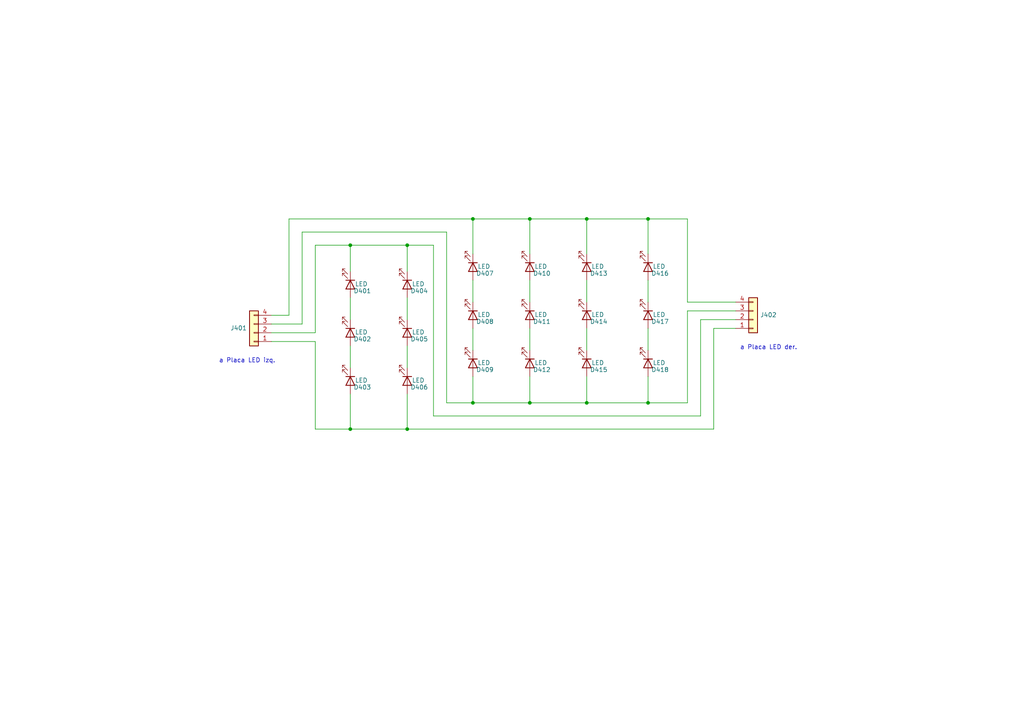
<source format=kicad_sch>
(kicad_sch (version 20211123) (generator eeschema)

  (uuid 96c4f266-57ae-4a49-8f21-a97d9e4052dc)

  (paper "A4")

  (title_block
    (title "Barra de Cortocircuito para 3er Riel")
    (date "2022-07-11")
    (rev "2.2")
  )

  (lib_symbols
    (symbol "Connector_Generic:Conn_01x04" (pin_names (offset 1.016) hide) (in_bom yes) (on_board yes)
      (property "Reference" "J" (id 0) (at 0 5.08 0)
        (effects (font (size 1.27 1.27)))
      )
      (property "Value" "Conn_01x04" (id 1) (at 0 -7.62 0)
        (effects (font (size 1.27 1.27)))
      )
      (property "Footprint" "" (id 2) (at 0 0 0)
        (effects (font (size 1.27 1.27)) hide)
      )
      (property "Datasheet" "~" (id 3) (at 0 0 0)
        (effects (font (size 1.27 1.27)) hide)
      )
      (property "ki_keywords" "connector" (id 4) (at 0 0 0)
        (effects (font (size 1.27 1.27)) hide)
      )
      (property "ki_description" "Generic connector, single row, 01x04, script generated (kicad-library-utils/schlib/autogen/connector/)" (id 5) (at 0 0 0)
        (effects (font (size 1.27 1.27)) hide)
      )
      (property "ki_fp_filters" "Connector*:*_1x??_*" (id 6) (at 0 0 0)
        (effects (font (size 1.27 1.27)) hide)
      )
      (symbol "Conn_01x04_1_1"
        (rectangle (start -1.27 -4.953) (end 0 -5.207)
          (stroke (width 0.1524) (type default) (color 0 0 0 0))
          (fill (type none))
        )
        (rectangle (start -1.27 -2.413) (end 0 -2.667)
          (stroke (width 0.1524) (type default) (color 0 0 0 0))
          (fill (type none))
        )
        (rectangle (start -1.27 0.127) (end 0 -0.127)
          (stroke (width 0.1524) (type default) (color 0 0 0 0))
          (fill (type none))
        )
        (rectangle (start -1.27 2.667) (end 0 2.413)
          (stroke (width 0.1524) (type default) (color 0 0 0 0))
          (fill (type none))
        )
        (rectangle (start -1.27 3.81) (end 1.27 -6.35)
          (stroke (width 0.254) (type default) (color 0 0 0 0))
          (fill (type background))
        )
        (pin passive line (at -5.08 2.54 0) (length 3.81)
          (name "Pin_1" (effects (font (size 1.27 1.27))))
          (number "1" (effects (font (size 1.27 1.27))))
        )
        (pin passive line (at -5.08 0 0) (length 3.81)
          (name "Pin_2" (effects (font (size 1.27 1.27))))
          (number "2" (effects (font (size 1.27 1.27))))
        )
        (pin passive line (at -5.08 -2.54 0) (length 3.81)
          (name "Pin_3" (effects (font (size 1.27 1.27))))
          (number "3" (effects (font (size 1.27 1.27))))
        )
        (pin passive line (at -5.08 -5.08 0) (length 3.81)
          (name "Pin_4" (effects (font (size 1.27 1.27))))
          (number "4" (effects (font (size 1.27 1.27))))
        )
      )
    )
    (symbol "Device:LED" (pin_numbers hide) (pin_names (offset 1.016) hide) (in_bom yes) (on_board yes)
      (property "Reference" "D" (id 0) (at 0 2.54 0)
        (effects (font (size 1.27 1.27)))
      )
      (property "Value" "LED" (id 1) (at 0 -2.54 0)
        (effects (font (size 1.27 1.27)))
      )
      (property "Footprint" "" (id 2) (at 0 0 0)
        (effects (font (size 1.27 1.27)) hide)
      )
      (property "Datasheet" "~" (id 3) (at 0 0 0)
        (effects (font (size 1.27 1.27)) hide)
      )
      (property "ki_keywords" "LED diode" (id 4) (at 0 0 0)
        (effects (font (size 1.27 1.27)) hide)
      )
      (property "ki_description" "Light emitting diode" (id 5) (at 0 0 0)
        (effects (font (size 1.27 1.27)) hide)
      )
      (property "ki_fp_filters" "LED* LED_SMD:* LED_THT:*" (id 6) (at 0 0 0)
        (effects (font (size 1.27 1.27)) hide)
      )
      (symbol "LED_0_1"
        (polyline
          (pts
            (xy -1.27 -1.27)
            (xy -1.27 1.27)
          )
          (stroke (width 0.254) (type default) (color 0 0 0 0))
          (fill (type none))
        )
        (polyline
          (pts
            (xy -1.27 0)
            (xy 1.27 0)
          )
          (stroke (width 0) (type default) (color 0 0 0 0))
          (fill (type none))
        )
        (polyline
          (pts
            (xy 1.27 -1.27)
            (xy 1.27 1.27)
            (xy -1.27 0)
            (xy 1.27 -1.27)
          )
          (stroke (width 0.254) (type default) (color 0 0 0 0))
          (fill (type none))
        )
        (polyline
          (pts
            (xy -3.048 -0.762)
            (xy -4.572 -2.286)
            (xy -3.81 -2.286)
            (xy -4.572 -2.286)
            (xy -4.572 -1.524)
          )
          (stroke (width 0) (type default) (color 0 0 0 0))
          (fill (type none))
        )
        (polyline
          (pts
            (xy -1.778 -0.762)
            (xy -3.302 -2.286)
            (xy -2.54 -2.286)
            (xy -3.302 -2.286)
            (xy -3.302 -1.524)
          )
          (stroke (width 0) (type default) (color 0 0 0 0))
          (fill (type none))
        )
      )
      (symbol "LED_1_1"
        (pin passive line (at -3.81 0 0) (length 2.54)
          (name "K" (effects (font (size 1.27 1.27))))
          (number "1" (effects (font (size 1.27 1.27))))
        )
        (pin passive line (at 3.81 0 180) (length 2.54)
          (name "A" (effects (font (size 1.27 1.27))))
          (number "2" (effects (font (size 1.27 1.27))))
        )
      )
    )
  )

  (junction (at 118.11 124.46) (diameter 0) (color 0 0 0 0)
    (uuid 0404cc7b-5bde-478d-ac7a-63905bde1651)
  )
  (junction (at 101.6 124.46) (diameter 0) (color 0 0 0 0)
    (uuid 1346b314-3b5e-4382-b38c-e01c5106c52a)
  )
  (junction (at 187.96 63.5) (diameter 0) (color 0 0 0 0)
    (uuid 2fcefc49-6647-4f97-bc22-bcd135d5a740)
  )
  (junction (at 170.18 116.84) (diameter 0) (color 0 0 0 0)
    (uuid 3a2dfd4e-dffb-4cb9-9f83-61a5ebc99eb8)
  )
  (junction (at 170.18 63.5) (diameter 0) (color 0 0 0 0)
    (uuid 44df44f7-4e1f-46bd-93c7-4a590873aca8)
  )
  (junction (at 153.67 63.5) (diameter 0) (color 0 0 0 0)
    (uuid 52a40345-6746-47f4-a695-6a6abf3e9d0d)
  )
  (junction (at 137.16 63.5) (diameter 0) (color 0 0 0 0)
    (uuid 5da75a15-8c20-4632-93b5-728ad2d2d7fe)
  )
  (junction (at 137.16 116.84) (diameter 0) (color 0 0 0 0)
    (uuid 81883eec-79e4-487f-9d1b-6a7fb61f28ac)
  )
  (junction (at 153.67 116.84) (diameter 0) (color 0 0 0 0)
    (uuid 97a8c20c-7773-4432-80e6-df051ef01ba1)
  )
  (junction (at 101.6 71.12) (diameter 0) (color 0 0 0 0)
    (uuid a2d73722-a58c-4931-8119-8a1640dd266f)
  )
  (junction (at 187.96 116.84) (diameter 0) (color 0 0 0 0)
    (uuid b54d9cab-4310-485c-a5c8-98b3c16f481a)
  )
  (junction (at 118.11 71.12) (diameter 0) (color 0 0 0 0)
    (uuid ba763de8-a623-40a1-a9f1-bfaf27dacf70)
  )

  (wire (pts (xy 78.74 96.52) (xy 91.44 96.52))
    (stroke (width 0) (type default) (color 0 0 0 0))
    (uuid 14ef6a26-1f59-42a8-9769-f235cb975aca)
  )
  (wire (pts (xy 170.18 116.84) (xy 187.96 116.84))
    (stroke (width 0) (type default) (color 0 0 0 0))
    (uuid 16615d1a-8fb3-4625-a7bc-44ad2b2fab6b)
  )
  (wire (pts (xy 101.6 114.3) (xy 101.6 124.46))
    (stroke (width 0) (type default) (color 0 0 0 0))
    (uuid 1bac2085-08f5-406b-88fe-4a79d910d4f3)
  )
  (wire (pts (xy 91.44 99.06) (xy 91.44 124.46))
    (stroke (width 0) (type default) (color 0 0 0 0))
    (uuid 216b1431-61bb-4828-a479-5bb75da6a6c4)
  )
  (wire (pts (xy 187.96 109.22) (xy 187.96 116.84))
    (stroke (width 0) (type default) (color 0 0 0 0))
    (uuid 28064241-7666-45b7-a71e-880ede2e16a2)
  )
  (wire (pts (xy 170.18 81.28) (xy 170.18 87.63))
    (stroke (width 0) (type default) (color 0 0 0 0))
    (uuid 293c45fc-7a78-49f3-8ec1-73cc3ba9a266)
  )
  (wire (pts (xy 118.11 86.36) (xy 118.11 92.71))
    (stroke (width 0) (type default) (color 0 0 0 0))
    (uuid 2ee60d43-3f1c-424f-b888-b2991e130608)
  )
  (wire (pts (xy 129.54 67.31) (xy 87.63 67.31))
    (stroke (width 0) (type default) (color 0 0 0 0))
    (uuid 301138f4-2f2d-4b09-b6a0-accca121bd17)
  )
  (wire (pts (xy 137.16 109.22) (xy 137.16 116.84))
    (stroke (width 0) (type default) (color 0 0 0 0))
    (uuid 35eb82c4-6a43-4358-bd75-8c9dc28a91d2)
  )
  (wire (pts (xy 129.54 67.31) (xy 129.54 116.84))
    (stroke (width 0) (type default) (color 0 0 0 0))
    (uuid 3b035d08-f3df-4e3a-bedc-c9f7805f97a2)
  )
  (wire (pts (xy 170.18 63.5) (xy 187.96 63.5))
    (stroke (width 0) (type default) (color 0 0 0 0))
    (uuid 3ebecbfb-32cb-4792-9b5d-f248534c1661)
  )
  (wire (pts (xy 207.01 95.25) (xy 207.01 124.46))
    (stroke (width 0) (type default) (color 0 0 0 0))
    (uuid 401613e0-999d-40fd-a113-ee599b4b8fb5)
  )
  (wire (pts (xy 91.44 124.46) (xy 101.6 124.46))
    (stroke (width 0) (type default) (color 0 0 0 0))
    (uuid 44461bef-5966-4951-8301-b2637ae233a8)
  )
  (wire (pts (xy 187.96 116.84) (xy 199.39 116.84))
    (stroke (width 0) (type default) (color 0 0 0 0))
    (uuid 4711cb48-1957-4985-9304-c03e82ba6de9)
  )
  (wire (pts (xy 118.11 124.46) (xy 207.01 124.46))
    (stroke (width 0) (type default) (color 0 0 0 0))
    (uuid 4738ff44-ebca-4f75-8f41-b5631ccdbd20)
  )
  (wire (pts (xy 78.74 99.06) (xy 91.44 99.06))
    (stroke (width 0) (type default) (color 0 0 0 0))
    (uuid 4a561533-cbf5-4666-bbc0-e03775568b15)
  )
  (wire (pts (xy 137.16 116.84) (xy 129.54 116.84))
    (stroke (width 0) (type default) (color 0 0 0 0))
    (uuid 501d35d6-6f57-40e6-a7ea-6c7c8a9c32aa)
  )
  (wire (pts (xy 170.18 95.25) (xy 170.18 101.6))
    (stroke (width 0) (type default) (color 0 0 0 0))
    (uuid 53a3f4b5-22d1-4c37-b161-4d6d4cbd5c86)
  )
  (wire (pts (xy 187.96 63.5) (xy 199.39 63.5))
    (stroke (width 0) (type default) (color 0 0 0 0))
    (uuid 54651c55-bf50-4b44-bed2-e5ce3cec0a3b)
  )
  (wire (pts (xy 125.73 71.12) (xy 125.73 120.65))
    (stroke (width 0) (type default) (color 0 0 0 0))
    (uuid 5749a535-6506-4a2b-b0bc-e52cec6d843f)
  )
  (wire (pts (xy 170.18 63.5) (xy 170.18 73.66))
    (stroke (width 0) (type default) (color 0 0 0 0))
    (uuid 58676890-56db-4c4f-8c16-0608b8255e3f)
  )
  (wire (pts (xy 187.96 95.25) (xy 187.96 101.6))
    (stroke (width 0) (type default) (color 0 0 0 0))
    (uuid 59b76744-589d-44d4-bf2f-35b761ea23be)
  )
  (wire (pts (xy 137.16 95.25) (xy 137.16 101.6))
    (stroke (width 0) (type default) (color 0 0 0 0))
    (uuid 6285efa9-a7a0-4bd6-983f-8270d656b0d5)
  )
  (wire (pts (xy 83.82 63.5) (xy 83.82 91.44))
    (stroke (width 0) (type default) (color 0 0 0 0))
    (uuid 693b59d5-bfb5-42d6-97ab-abc13902829e)
  )
  (wire (pts (xy 203.2 92.71) (xy 203.2 120.65))
    (stroke (width 0) (type default) (color 0 0 0 0))
    (uuid 6b9cee5d-6695-4d83-9b5f-721159362f61)
  )
  (wire (pts (xy 118.11 114.3) (xy 118.11 124.46))
    (stroke (width 0) (type default) (color 0 0 0 0))
    (uuid 6e77d217-9776-4aaf-a56e-7356887fe901)
  )
  (wire (pts (xy 137.16 63.5) (xy 137.16 73.66))
    (stroke (width 0) (type default) (color 0 0 0 0))
    (uuid 74f5077d-c58f-42df-a695-6eac823851c6)
  )
  (wire (pts (xy 101.6 86.36) (xy 101.6 92.71))
    (stroke (width 0) (type default) (color 0 0 0 0))
    (uuid 7652a32b-6f1a-4682-b45f-b033beb106a1)
  )
  (wire (pts (xy 118.11 71.12) (xy 125.73 71.12))
    (stroke (width 0) (type default) (color 0 0 0 0))
    (uuid 76cc9477-173f-4005-98a6-f125866a7bf4)
  )
  (wire (pts (xy 125.73 120.65) (xy 203.2 120.65))
    (stroke (width 0) (type default) (color 0 0 0 0))
    (uuid 7a0cb72b-eb90-4428-b2f1-fc3cba2cf27d)
  )
  (wire (pts (xy 153.67 95.25) (xy 153.67 101.6))
    (stroke (width 0) (type default) (color 0 0 0 0))
    (uuid 7b39fed6-3769-4e1e-b2d3-ca058b252ad8)
  )
  (wire (pts (xy 207.01 95.25) (xy 213.36 95.25))
    (stroke (width 0) (type default) (color 0 0 0 0))
    (uuid 8e12d22f-d493-4b1d-add7-18f4218e678e)
  )
  (wire (pts (xy 118.11 100.33) (xy 118.11 106.68))
    (stroke (width 0) (type default) (color 0 0 0 0))
    (uuid 95e1f04b-8ec9-4ec1-8272-fe93a04d33d1)
  )
  (wire (pts (xy 78.74 93.98) (xy 87.63 93.98))
    (stroke (width 0) (type default) (color 0 0 0 0))
    (uuid 991a9def-3af4-4326-a105-605d0d6c9867)
  )
  (wire (pts (xy 170.18 109.22) (xy 170.18 116.84))
    (stroke (width 0) (type default) (color 0 0 0 0))
    (uuid 99a24972-8206-45c0-9862-52cfde608765)
  )
  (wire (pts (xy 87.63 67.31) (xy 87.63 93.98))
    (stroke (width 0) (type default) (color 0 0 0 0))
    (uuid 9a1a6f53-502a-4cf9-af1f-9f608ad6d15a)
  )
  (wire (pts (xy 101.6 124.46) (xy 118.11 124.46))
    (stroke (width 0) (type default) (color 0 0 0 0))
    (uuid 9c70df3c-7047-435a-9f56-519573e9a4b6)
  )
  (wire (pts (xy 213.36 90.17) (xy 199.39 90.17))
    (stroke (width 0) (type default) (color 0 0 0 0))
    (uuid a0a781ca-b486-49aa-a68d-a4a983b7a697)
  )
  (wire (pts (xy 118.11 71.12) (xy 101.6 71.12))
    (stroke (width 0) (type default) (color 0 0 0 0))
    (uuid a2680439-9cd8-4ba1-a7a0-9abec3072d30)
  )
  (wire (pts (xy 101.6 78.74) (xy 101.6 71.12))
    (stroke (width 0) (type default) (color 0 0 0 0))
    (uuid a777f1e1-618d-4485-9391-ed33c9e8d41d)
  )
  (wire (pts (xy 153.67 63.5) (xy 153.67 73.66))
    (stroke (width 0) (type default) (color 0 0 0 0))
    (uuid aab94637-3800-4340-8ec7-2d35029081a0)
  )
  (wire (pts (xy 137.16 63.5) (xy 153.67 63.5))
    (stroke (width 0) (type default) (color 0 0 0 0))
    (uuid b222f360-2120-416a-a22d-eab221ef6728)
  )
  (wire (pts (xy 137.16 81.28) (xy 137.16 87.63))
    (stroke (width 0) (type default) (color 0 0 0 0))
    (uuid b3757fee-54cd-40b4-9e18-f60de7ceb15e)
  )
  (wire (pts (xy 137.16 116.84) (xy 153.67 116.84))
    (stroke (width 0) (type default) (color 0 0 0 0))
    (uuid ba66a2d5-c175-44e8-b3f9-034343268f90)
  )
  (wire (pts (xy 78.74 91.44) (xy 83.82 91.44))
    (stroke (width 0) (type default) (color 0 0 0 0))
    (uuid c0a25cfa-e056-4e94-a423-08167efc9cd7)
  )
  (wire (pts (xy 153.67 109.22) (xy 153.67 116.84))
    (stroke (width 0) (type default) (color 0 0 0 0))
    (uuid c1bb88cd-a13d-4efa-861a-9e4f4f24fbca)
  )
  (wire (pts (xy 187.96 63.5) (xy 187.96 73.66))
    (stroke (width 0) (type default) (color 0 0 0 0))
    (uuid c3e11594-e2ee-4670-9437-e55b414e4f01)
  )
  (wire (pts (xy 101.6 100.33) (xy 101.6 106.68))
    (stroke (width 0) (type default) (color 0 0 0 0))
    (uuid c42edf3a-f58f-43ee-a2ad-920d9eb7e9f1)
  )
  (wire (pts (xy 83.82 63.5) (xy 137.16 63.5))
    (stroke (width 0) (type default) (color 0 0 0 0))
    (uuid c898bc18-152e-457a-88aa-e7eaf5524fba)
  )
  (wire (pts (xy 203.2 92.71) (xy 213.36 92.71))
    (stroke (width 0) (type default) (color 0 0 0 0))
    (uuid d826d610-76a5-4ac5-8439-e06e26463305)
  )
  (wire (pts (xy 118.11 78.74) (xy 118.11 71.12))
    (stroke (width 0) (type default) (color 0 0 0 0))
    (uuid d924c89e-d8f6-48f9-916b-a188c20652c4)
  )
  (wire (pts (xy 187.96 81.28) (xy 187.96 87.63))
    (stroke (width 0) (type default) (color 0 0 0 0))
    (uuid dae4cd79-ede8-4a47-be26-128cfb17e2da)
  )
  (wire (pts (xy 199.39 90.17) (xy 199.39 116.84))
    (stroke (width 0) (type default) (color 0 0 0 0))
    (uuid dc2fd7f0-51f9-4295-9e5c-2f7da42dafb2)
  )
  (wire (pts (xy 153.67 63.5) (xy 170.18 63.5))
    (stroke (width 0) (type default) (color 0 0 0 0))
    (uuid dedd076e-6ce8-4572-9cac-0e777b42a4dc)
  )
  (wire (pts (xy 199.39 63.5) (xy 199.39 87.63))
    (stroke (width 0) (type default) (color 0 0 0 0))
    (uuid e656e4f8-a5d5-4164-b3ac-55e3398cc2fc)
  )
  (wire (pts (xy 91.44 71.12) (xy 91.44 96.52))
    (stroke (width 0) (type default) (color 0 0 0 0))
    (uuid eaac8d94-ee1b-4e39-8b18-07ccef8d4dcb)
  )
  (wire (pts (xy 213.36 87.63) (xy 199.39 87.63))
    (stroke (width 0) (type default) (color 0 0 0 0))
    (uuid eb5c7616-7b7c-4c56-a5c4-1c7e6f725e88)
  )
  (wire (pts (xy 153.67 81.28) (xy 153.67 87.63))
    (stroke (width 0) (type default) (color 0 0 0 0))
    (uuid ed09457a-3a26-46ba-bb74-f2a20934e028)
  )
  (wire (pts (xy 153.67 116.84) (xy 170.18 116.84))
    (stroke (width 0) (type default) (color 0 0 0 0))
    (uuid f2660633-b0ee-42f1-9fcd-a72e20250b65)
  )
  (wire (pts (xy 91.44 71.12) (xy 101.6 71.12))
    (stroke (width 0) (type default) (color 0 0 0 0))
    (uuid ffe9e093-5bd6-4c22-afe7-ca824f81ccc3)
  )

  (text "a Placa LED der." (at 214.63 101.6 0)
    (effects (font (size 1.27 1.27)) (justify left bottom))
    (uuid 48ac0565-21c4-4b89-a32a-b7ebc55c354b)
  )
  (text "a Placa LED izq." (at 63.5 105.41 0)
    (effects (font (size 1.27 1.27)) (justify left bottom))
    (uuid e0287f9f-af80-4da7-8846-fc280e69d447)
  )

  (symbol (lib_id "Device:LED") (at 101.6 82.55 270) (unit 1)
    (in_bom yes) (on_board yes)
    (uuid 00000000-0000-0000-0000-000061db21b8)
    (property "Reference" "D401" (id 0) (at 105.1052 84.3788 90))
    (property "Value" "LED" (id 1) (at 104.8004 82.3722 90))
    (property "Footprint" "" (id 2) (at 101.6 82.55 0)
      (effects (font (size 1.27 1.27)) hide)
    )
    (property "Datasheet" "~" (id 3) (at 101.6 82.55 0)
      (effects (font (size 1.27 1.27)) hide)
    )
    (pin "1" (uuid fe9f6cb3-7c83-444a-a4e4-b8f2346e6312))
    (pin "2" (uuid 1e3e341f-230b-4ee6-b29b-93defe0d4e05))
  )

  (symbol (lib_id "Device:LED") (at 101.6 96.52 270) (unit 1)
    (in_bom yes) (on_board yes)
    (uuid 00000000-0000-0000-0000-000061db21bf)
    (property "Reference" "D402" (id 0) (at 105.1052 98.3488 90))
    (property "Value" "LED" (id 1) (at 104.8004 96.3422 90))
    (property "Footprint" "" (id 2) (at 101.6 96.52 0)
      (effects (font (size 1.27 1.27)) hide)
    )
    (property "Datasheet" "~" (id 3) (at 101.6 96.52 0)
      (effects (font (size 1.27 1.27)) hide)
    )
    (pin "1" (uuid 092072b0-f1a5-40da-af9b-c3164c78926a))
    (pin "2" (uuid bb04db6f-61ab-4e46-963f-214975c5f7ff))
  )

  (symbol (lib_id "Device:LED") (at 101.6 110.49 270) (unit 1)
    (in_bom yes) (on_board yes)
    (uuid 00000000-0000-0000-0000-000061db21c5)
    (property "Reference" "D403" (id 0) (at 105.1052 112.3188 90))
    (property "Value" "LED" (id 1) (at 104.8004 110.3122 90))
    (property "Footprint" "" (id 2) (at 101.6 110.49 0)
      (effects (font (size 1.27 1.27)) hide)
    )
    (property "Datasheet" "~" (id 3) (at 101.6 110.49 0)
      (effects (font (size 1.27 1.27)) hide)
    )
    (pin "1" (uuid c6612416-6fd2-4195-940e-ef7a0e88eb9e))
    (pin "2" (uuid 5411748d-3826-478c-b98b-fe1b17e1803f))
  )

  (symbol (lib_id "Device:LED") (at 118.11 82.55 270) (unit 1)
    (in_bom yes) (on_board yes)
    (uuid 00000000-0000-0000-0000-000061db21cc)
    (property "Reference" "D404" (id 0) (at 121.6152 84.3788 90))
    (property "Value" "LED" (id 1) (at 121.3104 82.3722 90))
    (property "Footprint" "" (id 2) (at 118.11 82.55 0)
      (effects (font (size 1.27 1.27)) hide)
    )
    (property "Datasheet" "~" (id 3) (at 118.11 82.55 0)
      (effects (font (size 1.27 1.27)) hide)
    )
    (pin "1" (uuid af89b829-7b1f-46ee-ad88-11fe026c3e77))
    (pin "2" (uuid 451586ba-bf81-4ee6-b6e8-1f274fb31cbd))
  )

  (symbol (lib_id "Device:LED") (at 118.11 96.52 270) (unit 1)
    (in_bom yes) (on_board yes)
    (uuid 00000000-0000-0000-0000-000061db21d3)
    (property "Reference" "D405" (id 0) (at 121.6152 98.3488 90))
    (property "Value" "LED" (id 1) (at 121.3104 96.3422 90))
    (property "Footprint" "" (id 2) (at 118.11 96.52 0)
      (effects (font (size 1.27 1.27)) hide)
    )
    (property "Datasheet" "~" (id 3) (at 118.11 96.52 0)
      (effects (font (size 1.27 1.27)) hide)
    )
    (pin "1" (uuid 32de26c8-a063-48c8-a4ff-265c8ef0a456))
    (pin "2" (uuid 43c780f3-f56f-4d40-a6ef-37056adef78f))
  )

  (symbol (lib_id "Device:LED") (at 118.11 110.49 270) (unit 1)
    (in_bom yes) (on_board yes)
    (uuid 00000000-0000-0000-0000-000061db21d9)
    (property "Reference" "D406" (id 0) (at 121.6152 112.3188 90))
    (property "Value" "LED" (id 1) (at 121.3104 110.3122 90))
    (property "Footprint" "" (id 2) (at 118.11 110.49 0)
      (effects (font (size 1.27 1.27)) hide)
    )
    (property "Datasheet" "~" (id 3) (at 118.11 110.49 0)
      (effects (font (size 1.27 1.27)) hide)
    )
    (pin "1" (uuid 08e3c6c3-7108-49c6-8755-8371926ca5c4))
    (pin "2" (uuid a5427c54-ffe4-44bb-8f8b-1de504bcc29e))
  )

  (symbol (lib_id "Device:LED") (at 137.16 77.47 270) (unit 1)
    (in_bom yes) (on_board yes)
    (uuid 00000000-0000-0000-0000-000061db2208)
    (property "Reference" "D407" (id 0) (at 140.6652 79.2988 90))
    (property "Value" "LED" (id 1) (at 140.3604 77.2922 90))
    (property "Footprint" "" (id 2) (at 137.16 77.47 0)
      (effects (font (size 1.27 1.27)) hide)
    )
    (property "Datasheet" "~" (id 3) (at 137.16 77.47 0)
      (effects (font (size 1.27 1.27)) hide)
    )
    (pin "1" (uuid 68c2b008-af49-48dc-b515-ca0045de0453))
    (pin "2" (uuid 8f126115-4d8a-426b-aba6-b88b5d7540b2))
  )

  (symbol (lib_id "Device:LED") (at 137.16 91.44 270) (unit 1)
    (in_bom yes) (on_board yes)
    (uuid 00000000-0000-0000-0000-000061db220f)
    (property "Reference" "D408" (id 0) (at 140.6652 93.2688 90))
    (property "Value" "LED" (id 1) (at 140.3604 91.2622 90))
    (property "Footprint" "" (id 2) (at 137.16 91.44 0)
      (effects (font (size 1.27 1.27)) hide)
    )
    (property "Datasheet" "~" (id 3) (at 137.16 91.44 0)
      (effects (font (size 1.27 1.27)) hide)
    )
    (pin "1" (uuid 3c84b025-4086-4819-8a07-cc3ceccd0afd))
    (pin "2" (uuid 04ed0558-20ee-4037-af81-9ab8bd3cbd93))
  )

  (symbol (lib_id "Device:LED") (at 137.16 105.41 270) (unit 1)
    (in_bom yes) (on_board yes)
    (uuid 00000000-0000-0000-0000-000061db2215)
    (property "Reference" "D409" (id 0) (at 140.6652 107.2388 90))
    (property "Value" "LED" (id 1) (at 140.3604 105.2322 90))
    (property "Footprint" "" (id 2) (at 137.16 105.41 0)
      (effects (font (size 1.27 1.27)) hide)
    )
    (property "Datasheet" "~" (id 3) (at 137.16 105.41 0)
      (effects (font (size 1.27 1.27)) hide)
    )
    (pin "1" (uuid b5aa90f3-50d8-4a0c-b147-1fdaf43742f6))
    (pin "2" (uuid 72a360d6-9867-4424-891d-27d975694256))
  )

  (symbol (lib_id "Device:LED") (at 153.67 77.47 270) (unit 1)
    (in_bom yes) (on_board yes)
    (uuid 00000000-0000-0000-0000-000061db221c)
    (property "Reference" "D410" (id 0) (at 157.1752 79.2988 90))
    (property "Value" "LED" (id 1) (at 156.8704 77.2922 90))
    (property "Footprint" "" (id 2) (at 153.67 77.47 0)
      (effects (font (size 1.27 1.27)) hide)
    )
    (property "Datasheet" "~" (id 3) (at 153.67 77.47 0)
      (effects (font (size 1.27 1.27)) hide)
    )
    (pin "1" (uuid dc467732-538e-45fc-a3a2-784ce7c0c2a6))
    (pin "2" (uuid 09c82c2c-5cd1-494f-a2d5-d49c1b1651f0))
  )

  (symbol (lib_id "Device:LED") (at 153.67 91.44 270) (unit 1)
    (in_bom yes) (on_board yes)
    (uuid 00000000-0000-0000-0000-000061db2223)
    (property "Reference" "D411" (id 0) (at 157.1752 93.2688 90))
    (property "Value" "LED" (id 1) (at 156.8704 91.2622 90))
    (property "Footprint" "" (id 2) (at 153.67 91.44 0)
      (effects (font (size 1.27 1.27)) hide)
    )
    (property "Datasheet" "~" (id 3) (at 153.67 91.44 0)
      (effects (font (size 1.27 1.27)) hide)
    )
    (pin "1" (uuid 1a1f9d87-8436-43cc-b2e9-c7f3bd6bb3dd))
    (pin "2" (uuid 1c4603d8-8388-4c32-9127-2ca7ed64f2bd))
  )

  (symbol (lib_id "Device:LED") (at 153.67 105.41 270) (unit 1)
    (in_bom yes) (on_board yes)
    (uuid 00000000-0000-0000-0000-000061db2229)
    (property "Reference" "D412" (id 0) (at 157.1752 107.2388 90))
    (property "Value" "LED" (id 1) (at 156.8704 105.2322 90))
    (property "Footprint" "" (id 2) (at 153.67 105.41 0)
      (effects (font (size 1.27 1.27)) hide)
    )
    (property "Datasheet" "~" (id 3) (at 153.67 105.41 0)
      (effects (font (size 1.27 1.27)) hide)
    )
    (pin "1" (uuid 9db6d9be-52c0-48ec-a1ed-5f33942fd61c))
    (pin "2" (uuid b00f012a-691c-49f2-b831-79abf57760ed))
  )

  (symbol (lib_id "Device:LED") (at 170.18 77.47 270) (unit 1)
    (in_bom yes) (on_board yes)
    (uuid 00000000-0000-0000-0000-000061db2230)
    (property "Reference" "D413" (id 0) (at 173.6852 79.2988 90))
    (property "Value" "LED" (id 1) (at 173.3804 77.2922 90))
    (property "Footprint" "" (id 2) (at 170.18 77.47 0)
      (effects (font (size 1.27 1.27)) hide)
    )
    (property "Datasheet" "~" (id 3) (at 170.18 77.47 0)
      (effects (font (size 1.27 1.27)) hide)
    )
    (pin "1" (uuid bad7b213-e146-4032-b6f0-0e32e1a5fc1c))
    (pin "2" (uuid a837e4f0-46d8-495d-b74e-3d165716d380))
  )

  (symbol (lib_id "Device:LED") (at 170.18 91.44 270) (unit 1)
    (in_bom yes) (on_board yes)
    (uuid 00000000-0000-0000-0000-000061db2237)
    (property "Reference" "D414" (id 0) (at 173.6852 93.2688 90))
    (property "Value" "LED" (id 1) (at 173.3804 91.2622 90))
    (property "Footprint" "" (id 2) (at 170.18 91.44 0)
      (effects (font (size 1.27 1.27)) hide)
    )
    (property "Datasheet" "~" (id 3) (at 170.18 91.44 0)
      (effects (font (size 1.27 1.27)) hide)
    )
    (pin "1" (uuid f308ee30-f86c-433c-83d1-f84a7b9f6a4a))
    (pin "2" (uuid 128eba4c-83a2-4cf7-a573-6c566b9e197a))
  )

  (symbol (lib_id "Device:LED") (at 170.18 105.41 270) (unit 1)
    (in_bom yes) (on_board yes)
    (uuid 00000000-0000-0000-0000-000061db223d)
    (property "Reference" "D415" (id 0) (at 173.6852 107.2388 90))
    (property "Value" "LED" (id 1) (at 173.3804 105.2322 90))
    (property "Footprint" "" (id 2) (at 170.18 105.41 0)
      (effects (font (size 1.27 1.27)) hide)
    )
    (property "Datasheet" "~" (id 3) (at 170.18 105.41 0)
      (effects (font (size 1.27 1.27)) hide)
    )
    (pin "1" (uuid 4861030a-a31c-44c1-9ffd-7b1b73aa9f5f))
    (pin "2" (uuid e6020a62-8676-4ee6-8cf8-4dbfe4d8731d))
  )

  (symbol (lib_id "Device:LED") (at 187.96 77.47 270) (unit 1)
    (in_bom yes) (on_board yes)
    (uuid 00000000-0000-0000-0000-000061db2244)
    (property "Reference" "D416" (id 0) (at 191.4652 79.2988 90))
    (property "Value" "LED" (id 1) (at 191.1604 77.2922 90))
    (property "Footprint" "" (id 2) (at 187.96 77.47 0)
      (effects (font (size 1.27 1.27)) hide)
    )
    (property "Datasheet" "~" (id 3) (at 187.96 77.47 0)
      (effects (font (size 1.27 1.27)) hide)
    )
    (pin "1" (uuid 04b6fa1b-dc85-45cb-87dc-885126ae49ff))
    (pin "2" (uuid c5e0c150-3ba9-417e-b310-c1dbad571a86))
  )

  (symbol (lib_id "Device:LED") (at 187.96 91.44 270) (unit 1)
    (in_bom yes) (on_board yes)
    (uuid 00000000-0000-0000-0000-000061db224b)
    (property "Reference" "D417" (id 0) (at 191.4652 93.2688 90))
    (property "Value" "LED" (id 1) (at 191.1604 91.2622 90))
    (property "Footprint" "" (id 2) (at 187.96 91.44 0)
      (effects (font (size 1.27 1.27)) hide)
    )
    (property "Datasheet" "~" (id 3) (at 187.96 91.44 0)
      (effects (font (size 1.27 1.27)) hide)
    )
    (pin "1" (uuid e2a743f2-3b66-464a-aa5f-2d098917b4de))
    (pin "2" (uuid 73788f57-25c5-4e3c-af8a-6d46dc256f41))
  )

  (symbol (lib_id "Device:LED") (at 187.96 105.41 270) (unit 1)
    (in_bom yes) (on_board yes)
    (uuid 00000000-0000-0000-0000-000061db2251)
    (property "Reference" "D418" (id 0) (at 191.4652 107.2388 90))
    (property "Value" "LED" (id 1) (at 191.1604 105.2322 90))
    (property "Footprint" "" (id 2) (at 187.96 105.41 0)
      (effects (font (size 1.27 1.27)) hide)
    )
    (property "Datasheet" "~" (id 3) (at 187.96 105.41 0)
      (effects (font (size 1.27 1.27)) hide)
    )
    (pin "1" (uuid 70004374-6b2a-4163-a441-009aab2ea29a))
    (pin "2" (uuid 41e4db61-fdf2-41c0-9de4-a338ba40efac))
  )

  (symbol (lib_id "Connector_Generic:Conn_01x04") (at 73.66 96.52 180) (unit 1)
    (in_bom yes) (on_board yes)
    (uuid 46554cf5-0282-4597-abcd-01892813d916)
    (property "Reference" "J401" (id 0) (at 71.628 95.1484 0)
      (effects (font (size 1.27 1.27)) (justify left))
    )
    (property "Value" "Conn_01x04" (id 1) (at 71.628 94.0054 0)
      (effects (font (size 1.27 1.27)) (justify left) hide)
    )
    (property "Footprint" "" (id 2) (at 73.66 96.52 0)
      (effects (font (size 1.27 1.27)) hide)
    )
    (property "Datasheet" "~" (id 3) (at 73.66 96.52 0)
      (effects (font (size 1.27 1.27)) hide)
    )
    (pin "1" (uuid 1d16dee3-4e67-450c-91ad-e2f336d7d66b))
    (pin "2" (uuid accdd79c-5977-41dc-ae61-3d3950f8aaa1))
    (pin "3" (uuid e81a019e-6514-48fc-9dc9-98e451e4fcf6))
    (pin "4" (uuid ea835f50-086b-4eab-b3d4-e92de35080ed))
  )

  (symbol (lib_id "Connector_Generic:Conn_01x04") (at 218.44 92.71 0) (mirror x) (unit 1)
    (in_bom yes) (on_board yes)
    (uuid 6999f285-59b3-46b4-bb27-f3f581bfe74f)
    (property "Reference" "J402" (id 0) (at 220.472 91.3384 0)
      (effects (font (size 1.27 1.27)) (justify left))
    )
    (property "Value" "Conn_01x04" (id 1) (at 220.472 90.1954 0)
      (effects (font (size 1.27 1.27)) (justify left) hide)
    )
    (property "Footprint" "" (id 2) (at 218.44 92.71 0)
      (effects (font (size 1.27 1.27)) hide)
    )
    (property "Datasheet" "~" (id 3) (at 218.44 92.71 0)
      (effects (font (size 1.27 1.27)) hide)
    )
    (pin "1" (uuid cf0005ad-ddb2-4f2b-8c7e-6c7905848c3d))
    (pin "2" (uuid ac5b3508-1369-4e22-9b6e-edeaff6bcc02))
    (pin "3" (uuid 6ae7abe8-6c7a-422d-a29f-b85134178653))
    (pin "4" (uuid ad6ebd7a-afd2-4072-90ad-151b64f43817))
  )
)

</source>
